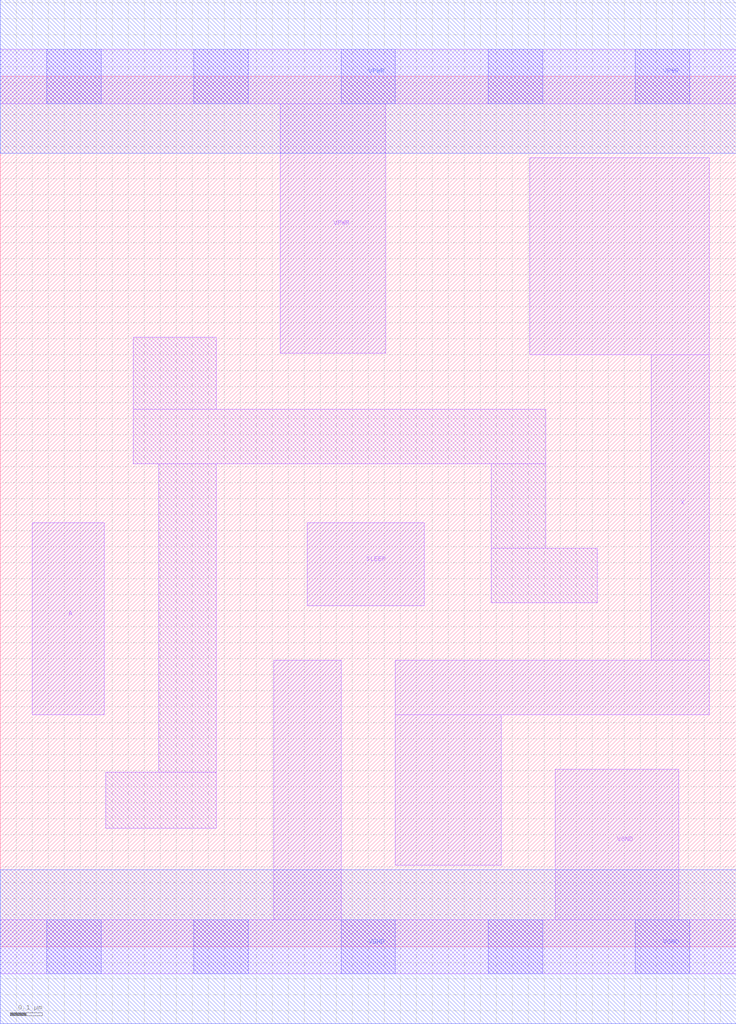
<source format=lef>
# Copyright 2020 The SkyWater PDK Authors
#
# Licensed under the Apache License, Version 2.0 (the "License");
# you may not use this file except in compliance with the License.
# You may obtain a copy of the License at
#
#     https://www.apache.org/licenses/LICENSE-2.0
#
# Unless required by applicable law or agreed to in writing, software
# distributed under the License is distributed on an "AS IS" BASIS,
# WITHOUT WARRANTIES OR CONDITIONS OF ANY KIND, either express or implied.
# See the License for the specific language governing permissions and
# limitations under the License.
#
# SPDX-License-Identifier: Apache-2.0

VERSION 5.7 ;
  NAMESCASESENSITIVE ON ;
  NOWIREEXTENSIONATPIN ON ;
  DIVIDERCHAR "/" ;
  BUSBITCHARS "[]" ;
UNITS
  DATABASE MICRONS 200 ;
END UNITS
MACRO sky130_fd_sc_hd__lpflow_isobufsrc_1
  CLASS CORE ;
  SOURCE USER ;
  FOREIGN sky130_fd_sc_hd__lpflow_isobufsrc_1 ;
  ORIGIN  0.000000  0.000000 ;
  SIZE  2.300000 BY  2.720000 ;
  SYMMETRY X Y R90 ;
  SITE unithd ;
  PIN A
    ANTENNAGATEAREA  0.126000 ;
    DIRECTION INPUT ;
    USE SIGNAL ;
    PORT
      LAYER li1 ;
        RECT 0.100000 0.725000 0.325000 1.325000 ;
    END
  END A
  PIN SLEEP
    ANTENNAGATEAREA  0.247500 ;
    DIRECTION INPUT ;
    USE SIGNAL ;
    PORT
      LAYER li1 ;
        RECT 0.960000 1.065000 1.325000 1.325000 ;
    END
  END SLEEP
  PIN X
    ANTENNADIFFAREA  0.435500 ;
    DIRECTION OUTPUT ;
    USE SIGNAL ;
    PORT
      LAYER li1 ;
        RECT 1.235000 0.255000 1.565000 0.725000 ;
        RECT 1.235000 0.725000 2.215000 0.895000 ;
        RECT 1.655000 1.850000 2.215000 2.465000 ;
        RECT 2.035000 0.895000 2.215000 1.850000 ;
    END
  END X
  PIN VGND
    DIRECTION INOUT ;
    SHAPE ABUTMENT ;
    USE GROUND ;
    PORT
      LAYER li1 ;
        RECT 0.000000 -0.085000 2.300000 0.085000 ;
        RECT 0.855000  0.085000 1.065000 0.895000 ;
        RECT 1.735000  0.085000 2.120000 0.555000 ;
      LAYER mcon ;
        RECT 0.145000 -0.085000 0.315000 0.085000 ;
        RECT 0.605000 -0.085000 0.775000 0.085000 ;
        RECT 1.065000 -0.085000 1.235000 0.085000 ;
        RECT 1.525000 -0.085000 1.695000 0.085000 ;
        RECT 1.985000 -0.085000 2.155000 0.085000 ;
      LAYER met1 ;
        RECT 0.000000 -0.240000 2.300000 0.240000 ;
    END
  END VGND
  PIN VPWR
    DIRECTION INOUT ;
    SHAPE ABUTMENT ;
    USE POWER ;
    PORT
      LAYER li1 ;
        RECT 0.000000 2.635000 2.300000 2.805000 ;
        RECT 0.875000 1.855000 1.205000 2.635000 ;
      LAYER mcon ;
        RECT 0.145000 2.635000 0.315000 2.805000 ;
        RECT 0.605000 2.635000 0.775000 2.805000 ;
        RECT 1.065000 2.635000 1.235000 2.805000 ;
        RECT 1.525000 2.635000 1.695000 2.805000 ;
        RECT 1.985000 2.635000 2.155000 2.805000 ;
      LAYER met1 ;
        RECT 0.000000 2.480000 2.300000 2.960000 ;
    END
  END VPWR
  OBS
    LAYER li1 ;
      RECT 0.330000 0.370000 0.675000 0.545000 ;
      RECT 0.415000 1.510000 1.705000 1.680000 ;
      RECT 0.415000 1.680000 0.675000 1.905000 ;
      RECT 0.495000 0.545000 0.675000 1.510000 ;
      RECT 1.535000 1.075000 1.865000 1.245000 ;
      RECT 1.535000 1.245000 1.705000 1.510000 ;
  END
END sky130_fd_sc_hd__lpflow_isobufsrc_1

</source>
